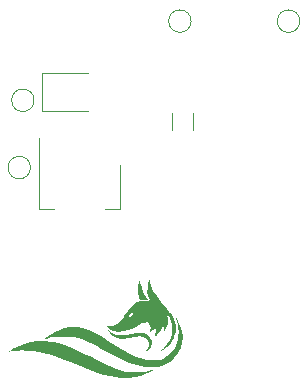
<source format=gbr>
%TF.GenerationSoftware,KiCad,Pcbnew,8.0.4*%
%TF.CreationDate,2024-08-05T13:55:11-04:00*%
%TF.ProjectId,esp32-node-board-40x65_telemetry,65737033-322d-46e6-9f64-652d626f6172,rev?*%
%TF.SameCoordinates,Original*%
%TF.FileFunction,Legend,Bot*%
%TF.FilePolarity,Positive*%
%FSLAX46Y46*%
G04 Gerber Fmt 4.6, Leading zero omitted, Abs format (unit mm)*
G04 Created by KiCad (PCBNEW 8.0.4) date 2024-08-05 13:55:11*
%MOMM*%
%LPD*%
G01*
G04 APERTURE LIST*
%ADD10C,0.120000*%
%ADD11C,0.000000*%
G04 APERTURE END LIST*
D10*
%TO.C,TP4*%
X100450000Y-41750000D02*
G75*
G02*
X98550000Y-41750000I-950000J0D01*
G01*
X98550000Y-41750000D02*
G75*
G02*
X100450000Y-41750000I950000J0D01*
G01*
D11*
%TO.C,G\u002A\u002A\u002A*%
G36*
X97691247Y-69723085D02*
G01*
X97663457Y-69750875D01*
X97635668Y-69723085D01*
X97663457Y-69695295D01*
X97691247Y-69723085D01*
G37*
G36*
X96088365Y-63771532D02*
G01*
X96130550Y-63914989D01*
X96167936Y-64046924D01*
X96265538Y-64332968D01*
X96380896Y-64616344D01*
X96502066Y-64870962D01*
X96617104Y-65070731D01*
X96714064Y-65189562D01*
X96763752Y-65239844D01*
X96801969Y-65313831D01*
X96801944Y-65314428D01*
X96749213Y-65337686D01*
X96614775Y-65349999D01*
X96427166Y-65348710D01*
X96336701Y-65344544D01*
X96173902Y-65331578D01*
X96084399Y-65305487D01*
X96041095Y-65254172D01*
X96016893Y-65165536D01*
X95999208Y-65031419D01*
X95986502Y-64820222D01*
X95980421Y-64569739D01*
X95980882Y-64310025D01*
X95987804Y-64071134D01*
X96001102Y-63883121D01*
X96020697Y-63776039D01*
X96027120Y-63760808D01*
X96057260Y-63724403D01*
X96088365Y-63771532D01*
G37*
G36*
X93487436Y-67930532D02*
G01*
X93592451Y-68014967D01*
X93786742Y-68161382D01*
X94101259Y-68293037D01*
X94483217Y-68351370D01*
X94938630Y-68337136D01*
X95473511Y-68251089D01*
X95477163Y-68250319D01*
X95814951Y-68184994D01*
X96072034Y-68151933D01*
X96273801Y-68150998D01*
X96445640Y-68182054D01*
X96612939Y-68244963D01*
X96803297Y-68360752D01*
X97000145Y-68583593D01*
X97106573Y-68864052D01*
X97115304Y-69052684D01*
X97034665Y-69313229D01*
X96844045Y-69569408D01*
X96833468Y-69580304D01*
X96712174Y-69691384D01*
X96651943Y-69719709D01*
X96659302Y-69667364D01*
X96740780Y-69536433D01*
X96781739Y-69474177D01*
X96884459Y-69220239D01*
X96888805Y-68975532D01*
X96797239Y-68758267D01*
X96612229Y-68586658D01*
X96542632Y-68547000D01*
X96340280Y-68470434D01*
X96105925Y-68442046D01*
X95816275Y-68460602D01*
X95448040Y-68524864D01*
X95320446Y-68550025D01*
X95046282Y-68595689D01*
X94797037Y-68627155D01*
X94614341Y-68638735D01*
X94487325Y-68631187D01*
X94149965Y-68547470D01*
X93837879Y-68385483D01*
X93589830Y-68163219D01*
X93554216Y-68118794D01*
X93468130Y-67993105D01*
X93445933Y-67926798D01*
X93487436Y-67930532D01*
G37*
G36*
X88724104Y-68888716D02*
G01*
X88873697Y-68919041D01*
X89207893Y-69001328D01*
X89558767Y-69109144D01*
X89939428Y-69247764D01*
X90362984Y-69422463D01*
X90842542Y-69638515D01*
X91391212Y-69901193D01*
X92022101Y-70215774D01*
X92275783Y-70343769D01*
X92832057Y-70620373D01*
X93308967Y-70849444D01*
X93719301Y-71035280D01*
X94075843Y-71182183D01*
X94391382Y-71294451D01*
X94678702Y-71376385D01*
X94950591Y-71432285D01*
X95219835Y-71466451D01*
X95499220Y-71483182D01*
X95801532Y-71486780D01*
X95908736Y-71485703D01*
X96268882Y-71470103D01*
X96563761Y-71433348D01*
X96828960Y-71371444D01*
X96853715Y-71364340D01*
X97040991Y-71314298D01*
X97178362Y-71283932D01*
X97237610Y-71279586D01*
X97212187Y-71310974D01*
X97106823Y-71374819D01*
X96943316Y-71458932D01*
X96745100Y-71552307D01*
X96535610Y-71643936D01*
X96338283Y-71722815D01*
X96176552Y-71777934D01*
X96036305Y-71814944D01*
X95767108Y-71873955D01*
X95512913Y-71917752D01*
X95293123Y-71938182D01*
X94916347Y-71945041D01*
X94495636Y-71927783D01*
X94068371Y-71888227D01*
X93671928Y-71828191D01*
X93489195Y-71790673D01*
X93145133Y-71704062D01*
X92769864Y-71588501D01*
X92346623Y-71438235D01*
X91858645Y-71247514D01*
X91289164Y-71010583D01*
X90455216Y-70669804D01*
X89529391Y-70327410D01*
X88666340Y-70048797D01*
X87873638Y-69836382D01*
X87158862Y-69692582D01*
X87129417Y-69688004D01*
X86834975Y-69655592D01*
X86492481Y-69636237D01*
X86133620Y-69629979D01*
X85790075Y-69636858D01*
X85493529Y-69656915D01*
X85275667Y-69690189D01*
X85177967Y-69711789D01*
X85045044Y-69734490D01*
X84984473Y-69734838D01*
X84999846Y-69706656D01*
X85093720Y-69638432D01*
X85251225Y-69544268D01*
X85451442Y-69435444D01*
X85673452Y-69323239D01*
X85896336Y-69218934D01*
X86099173Y-69133806D01*
X86583682Y-68975058D01*
X87293185Y-68838445D01*
X88010902Y-68809268D01*
X88724104Y-68888716D01*
G37*
G36*
X99218438Y-66919316D02*
G01*
X99277088Y-66999193D01*
X99360917Y-67146488D01*
X99462597Y-67353696D01*
X99508590Y-67458211D01*
X99675479Y-67983748D01*
X99737052Y-68498952D01*
X99698180Y-68994134D01*
X99563735Y-69459605D01*
X99338587Y-69885675D01*
X99027607Y-70262655D01*
X98635668Y-70580855D01*
X98167640Y-70830586D01*
X97628395Y-71002158D01*
X97556358Y-71017087D01*
X97065643Y-71059580D01*
X96510479Y-71014085D01*
X95892990Y-70881273D01*
X95215301Y-70661815D01*
X94479537Y-70356384D01*
X93687822Y-69965648D01*
X92842279Y-69490280D01*
X92638935Y-69371188D01*
X92173265Y-69114384D01*
X91752925Y-68909732D01*
X91349045Y-68743823D01*
X90932757Y-68603246D01*
X90770701Y-68555361D01*
X90585579Y-68509200D01*
X90405403Y-68479039D01*
X90201157Y-68461561D01*
X89943820Y-68453448D01*
X89604376Y-68451384D01*
X89484717Y-68451544D01*
X89167053Y-68455567D01*
X88926666Y-68466920D01*
X88737820Y-68488179D01*
X88574775Y-68521920D01*
X88411795Y-68570718D01*
X88407899Y-68572016D01*
X88226043Y-68628799D01*
X88091226Y-68663924D01*
X88032379Y-68669833D01*
X88037578Y-68644296D01*
X88113795Y-68569577D01*
X88255178Y-68463170D01*
X88442085Y-68338021D01*
X88654874Y-68207079D01*
X88873904Y-68083288D01*
X89079535Y-67979596D01*
X89314227Y-67876555D01*
X89712094Y-67738125D01*
X90090455Y-67662070D01*
X90488804Y-67638840D01*
X90563816Y-67639454D01*
X90911845Y-67661209D01*
X91248121Y-67718755D01*
X91588470Y-67818411D01*
X91948716Y-67966499D01*
X92344687Y-68169341D01*
X92792206Y-68433257D01*
X93307100Y-68764570D01*
X93408562Y-68831562D01*
X94092584Y-69267437D01*
X94707923Y-69629024D01*
X95263179Y-69920210D01*
X95766953Y-70144884D01*
X96227847Y-70306931D01*
X96654460Y-70410239D01*
X97055393Y-70458697D01*
X97356923Y-70467210D01*
X97627801Y-70449081D01*
X97863615Y-70398878D01*
X98036850Y-70338488D01*
X98427243Y-70123404D01*
X98774123Y-69819435D01*
X99063375Y-69440507D01*
X99280883Y-69000547D01*
X99339992Y-68777906D01*
X99380174Y-68456159D01*
X99392183Y-68095850D01*
X99376378Y-67733528D01*
X99333118Y-67405744D01*
X99262759Y-67149049D01*
X99205998Y-66991838D01*
X99192299Y-66914362D01*
X99218438Y-66919316D01*
G37*
G36*
X98719832Y-66499453D02*
G01*
X98832980Y-66661272D01*
X98995433Y-66951567D01*
X99100141Y-67221271D01*
X99153395Y-67483409D01*
X99161483Y-67751007D01*
X99130695Y-68037090D01*
X99111949Y-68141655D01*
X98970071Y-68613170D01*
X98747032Y-69011132D01*
X98444627Y-69332948D01*
X98064656Y-69576023D01*
X97929383Y-69639262D01*
X97813486Y-69683402D01*
X97792900Y-69670809D01*
X97867550Y-69601199D01*
X98037359Y-69474292D01*
X98125407Y-69407561D01*
X98444345Y-69085159D01*
X98674371Y-68708169D01*
X98812178Y-68290542D01*
X98854463Y-67846231D01*
X98797920Y-67389187D01*
X98639244Y-66933364D01*
X98626013Y-66905301D01*
X98541939Y-66737100D01*
X98477076Y-66623980D01*
X98444537Y-66589125D01*
X98440164Y-66613340D01*
X98449992Y-66720873D01*
X98478753Y-66879832D01*
X98507717Y-67117873D01*
X98471345Y-67407135D01*
X98436699Y-67519043D01*
X98363382Y-67694565D01*
X98277644Y-67858472D01*
X98196230Y-67979792D01*
X98135886Y-68027554D01*
X98126307Y-68004700D01*
X98119631Y-67898953D01*
X98123420Y-67736139D01*
X98138743Y-67444311D01*
X97996300Y-67731503D01*
X97919604Y-67861160D01*
X97801289Y-68022230D01*
X97668361Y-68178161D01*
X97540535Y-68307561D01*
X97437530Y-68389037D01*
X97379060Y-68401197D01*
X97378233Y-68341861D01*
X97411793Y-68226519D01*
X97415666Y-68215845D01*
X97453411Y-68049881D01*
X97468928Y-67864080D01*
X97468928Y-67651918D01*
X97253147Y-67867698D01*
X97223600Y-67896704D01*
X97080480Y-68019581D01*
X96977618Y-68078735D01*
X96927839Y-68069252D01*
X96943968Y-67986214D01*
X96957293Y-67954120D01*
X97011815Y-67725764D01*
X96998395Y-67518274D01*
X96918459Y-67366270D01*
X96860706Y-67317522D01*
X96720301Y-67261640D01*
X96541961Y-67271353D01*
X96310174Y-67348883D01*
X96009428Y-67496452D01*
X95611080Y-67693456D01*
X95129533Y-67883031D01*
X94686755Y-68002234D01*
X94300875Y-68045241D01*
X94218890Y-68044599D01*
X93920776Y-68008269D01*
X93684103Y-67908726D01*
X93477670Y-67734182D01*
X93349214Y-67596643D01*
X93702354Y-67574157D01*
X93844295Y-67560712D01*
X94041716Y-67516120D01*
X94212351Y-67430871D01*
X94375655Y-67290442D01*
X94551081Y-67080308D01*
X94758084Y-66785944D01*
X94758406Y-66785468D01*
X95190153Y-66785468D01*
X95191998Y-66817819D01*
X95219109Y-66854805D01*
X95289426Y-66816722D01*
X95416748Y-66698258D01*
X95444391Y-66669879D01*
X95549487Y-66537200D01*
X95560998Y-66499453D01*
X98358206Y-66499453D01*
X98385996Y-66527243D01*
X98413786Y-66499453D01*
X98385996Y-66471663D01*
X98358206Y-66499453D01*
X95560998Y-66499453D01*
X95576553Y-66448442D01*
X95520979Y-66416083D01*
X95509007Y-66417727D01*
X95420597Y-66472659D01*
X95315279Y-66577612D01*
X95227111Y-66694558D01*
X95190153Y-66785468D01*
X94758406Y-66785468D01*
X94794980Y-66731458D01*
X95094532Y-66321499D01*
X95382371Y-65983918D01*
X95648899Y-65729096D01*
X95884521Y-65567412D01*
X95902294Y-65558578D01*
X96173323Y-65472444D01*
X96540174Y-65426958D01*
X96596100Y-65423320D01*
X96784682Y-65405907D01*
X96912375Y-65385813D01*
X96954092Y-65366691D01*
X96847130Y-65151646D01*
X96780237Y-64942024D01*
X96754225Y-64711485D01*
X96760134Y-64416104D01*
X96764038Y-64354353D01*
X96787756Y-64115369D01*
X96820533Y-63909615D01*
X96856503Y-63776039D01*
X96926773Y-63609300D01*
X97003359Y-63934723D01*
X97051728Y-64107991D01*
X97245024Y-64564732D01*
X97533172Y-65035081D01*
X97908104Y-65505029D01*
X97936262Y-65536583D01*
X98309684Y-65966805D01*
X98606493Y-66337360D01*
X98684164Y-66448442D01*
X98719832Y-66499453D01*
G37*
D10*
%TO.C,TP3*%
X109650000Y-41750000D02*
G75*
G02*
X107750000Y-41750000I-950000J0D01*
G01*
X107750000Y-41750000D02*
G75*
G02*
X109650000Y-41750000I950000J0D01*
G01*
%TO.C,R1*%
X98790000Y-50977064D02*
X98790000Y-49522936D01*
X100610000Y-50977064D02*
X100610000Y-49522936D01*
%TO.C,D4*%
X87815000Y-46165000D02*
X87815000Y-49335000D01*
X87815000Y-49335000D02*
X91700000Y-49335000D01*
X91700000Y-46165000D02*
X87815000Y-46165000D01*
%TO.C,TP1*%
X87150000Y-48450000D02*
G75*
G02*
X85250000Y-48450000I-950000J0D01*
G01*
X85250000Y-48450000D02*
G75*
G02*
X87150000Y-48450000I950000J0D01*
G01*
%TO.C,TP2*%
X86850000Y-54150000D02*
G75*
G02*
X84950000Y-54150000I-950000J0D01*
G01*
X84950000Y-54150000D02*
G75*
G02*
X86850000Y-54150000I950000J0D01*
G01*
%TO.C,U1*%
X87590000Y-57660000D02*
X87590000Y-51650000D01*
X88850000Y-57660000D02*
X87590000Y-57660000D01*
X93150000Y-57660000D02*
X94410000Y-57660000D01*
X94410000Y-57660000D02*
X94410000Y-53900000D01*
%TD*%
M02*

</source>
